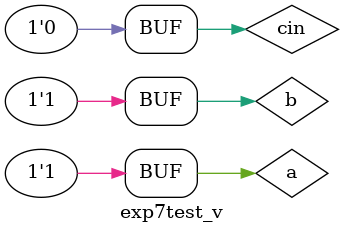
<source format=v>
`timescale 1ns / 1ps


module exp7test_v;

	// Inputs
	reg a;
	reg b;
	reg cin;

	// Outputs
	wire s;
	wire cout;

	// Instantiate the Unit Under Test (UUT)
	exp7source uut (
		.a(a), 
		.b(b), 
		.cin(cin), 
		.s(s), 
		.cout(cout)
	);

	initial begin
		// Initialize Inputs
		a = 0;b = 0;cin = 0; #100;
		a = 1;b = 0;cin = 1; #100;
		a = 0;b = 1;cin = 0; #100;
		a = 1;b = 0;cin = 1; #100;
		a = 1;b = 1;cin = 0; #100;

		// Wait 100 ns for global reset to finish
		#100;
        
		// Add stimulus here

	end
      
endmodule


</source>
